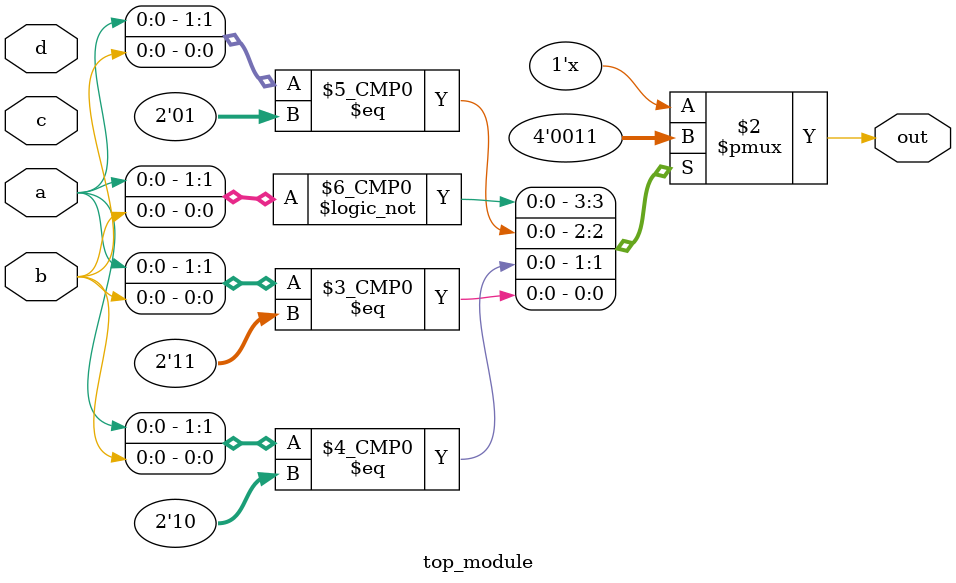
<source format=sv>
module top_module (
    input a,
    input b,
    input c,
    input d,
    output reg out
);

always @(*) begin
    case ({a, b})
        2'b00: out = 1'b0;
        2'b01: out = 1'b0;
        2'b10: out = 1'b1;
        2'b11: out = 1'b1;
    endcase
end

endmodule

</source>
